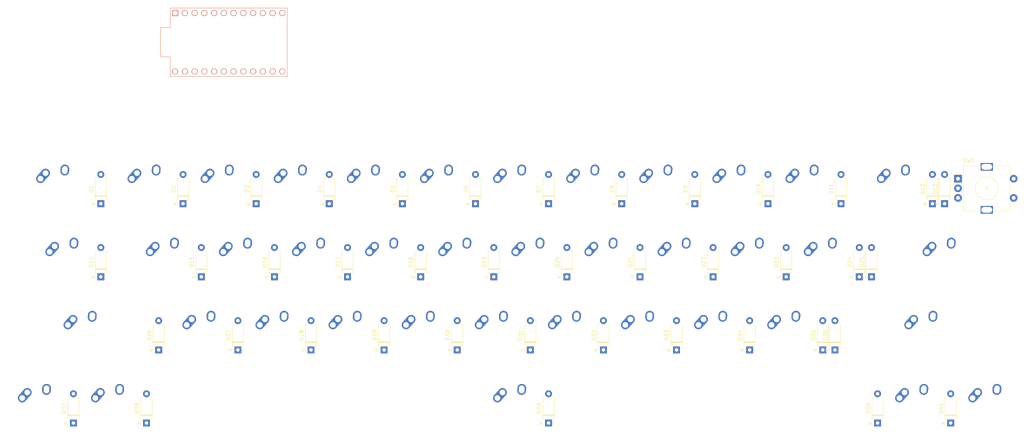
<source format=kicad_pcb>
(kicad_pcb (version 20171130) (host pcbnew "(5.1.4)-1")
  (layers (0 F.Cu signal) (31 B.Cu signal) (34 B.Paste user) (35 F.Paste user) (36 B.SilkS user) (37 F.SilkS user) (38 B.Mask user) (39 F.Mask user) (44 Edge.Cuts user))
  (net 0 "")
  (net 1 "Net-(D1-Pad2)")
  (net 2 ROW0)
  (net 3 "Net-(D2-Pad2)")
  (net 4 "Net-(D3-Pad2)")
  (net 5 "Net-(D4-Pad2)")
  (net 6 "Net-(D5-Pad2)")
  (net 7 "Net-(D6-Pad2)")
  (net 8 "Net-(D7-Pad2)")
  (net 9 "Net-(D8-Pad2)")
  (net 10 "Net-(D9-Pad2)")
  (net 11 "Net-(D10-Pad2)")
  (net 12 "Net-(D11-Pad2)")
  (net 13 "Net-(D12-Pad2)")
  (net 14 "Net-(D13-Pad2)")
  (net 15 "Net-(D14-Pad2)")
  (net 16 ROW1)
  (net 17 "Net-(D15-Pad2)")
  (net 18 "Net-(D16-Pad2)")
  (net 19 "Net-(D17-Pad2)")
  (net 20 "Net-(D18-Pad2)")
  (net 21 "Net-(D19-Pad2)")
  (net 22 "Net-(D20-Pad2)")
  (net 23 "Net-(D21-Pad2)")
  (net 24 "Net-(D22-Pad2)")
  (net 25 "Net-(D23-Pad2)")
  (net 26 "Net-(D24-Pad2)")
  (net 27 "Net-(D25-Pad2)")
  (net 28 "Net-(D26-Pad2)")
  (net 29 ROW2)
  (net 30 "Net-(D27-Pad2)")
  (net 31 "Net-(D28-Pad2)")
  (net 32 "Net-(D29-Pad2)")
  (net 33 "Net-(D30-Pad2)")
  (net 34 "Net-(D31-Pad2)")
  (net 35 "Net-(D32-Pad2)")
  (net 36 "Net-(D33-Pad2)")
  (net 37 "Net-(D34-Pad2)")
  (net 38 "Net-(D35-Pad2)")
  (net 39 "Net-(D36-Pad2)")
  (net 40 "Net-(D37-Pad2)")
  (net 41 ROW3)
  (net 42 "Net-(D38-Pad2)")
  (net 43 "Net-(D39-Pad2)")
  (net 44 "Net-(D40-Pad2)")
  (net 45 "Net-(D41-Pad2)")
  (net 46 COL1)
  (net 47 COL2)
  (net 48 COL3)
  (net 49 COL4)
  (net 50 COL5)
  (net 51 COL6)
  (net 52 COL7)
  (net 53 COL8)
  (net 54 COL9)
  (net 55 COL10)
  (net 56 COL11)
  (net 57 COL12)
  (net 58 COL13)
  (net 59 COL0)
  (module Rotary_Encoder:RotaryEncoder_Alps_EC11E-Switch_Vertical_H20mm (layer F.Cu) (at 272.25625 76.99375)
    (fp_text reference SW1 (at -4.82 -7.24) (layer F.SilkS))
    (fp_text value Rotary_Encoder_Switch)
    (pad A thru_hole rect (at -7.62 -2.54) (size 2 2) (drill 1) (layers *.Cu *.Mask))
    (pad C thru_hole circle (at -7.62 -0.04) (size 2 2) (drill 1) (layers *.Cu *.Mask))
    (pad B thru_hole circle (at -7.62 2.46) (size 2 2) (drill 1) (layers *.Cu *.Mask))
    (pad MP thru_hole rect (at -0.12 -5.64) (size 3.2 2) (drill oval 2.8 1.5) (layers *.Cu *.Mask))
    (pad MP thru_hole rect (at -0.12 5.56) (size 3.2 2) (drill oval 2.8 1.5) (layers *.Cu *.Mask))
    (pad S2 thru_hole circle (at 6.88 -2.54) (size 2 2) (drill 1) (layers *.Cu *.Mask) (net 14 "Net-(D13-Pad2)"))
    (pad S1 thru_hole circle (at 6.88 2.46) (size 2 2) (drill 1) (layers *.Cu *.Mask) (net 58 COL13))
  )
  (module MX_Alps_Hybrid:MX-1U-NoLED (layer F.Cu) (at 272.25625 134.14375)
    (fp_text reference MX40)
    (fp_text value MX-NoLED)
    (pad "" np_thru_hole circle (at 5.08 0 48.0996) (size 1.75 1.75) (drill 1.75) (layers *.Cu *.Mask))
    (pad "" np_thru_hole circle (at -5.08 0 48.0996) (size 1.75 1.75) (drill 1.75) (layers *.Cu *.Mask))
    (pad 1 thru_hole circle (at -2.5 -4) (size 2.25 2.25) (drill 1.47) (layers *.Cu B.Mask) (net 58 COL13))
    (pad "" np_thru_hole circle (at 0 0) (size 3.9878 3.9878) (drill 3.9878) (layers *.Cu *.Mask))
    (pad 1 thru_hole oval (at -3.81 -2.54 48.0996) (size 4.211556 2.25) (drill 1.47 (offset 0.980778 0)) (layers *.Cu B.Mask) (net 58 COL13))
    (pad 2 thru_hole circle (at 2.54 -5.08) (size 2.25 2.25) (drill 1.47) (layers *.Cu B.Mask) (net 45 "Net-(D41-Pad2)"))
    (pad 2 thru_hole oval (at 2.5 -4.5 86.0548) (size 2.831378 2.25) (drill 1.47 (offset 0.290689 0)) (layers *.Cu B.Mask) (net 45 "Net-(D41-Pad2)"))
  )
  (module MX_Alps_Hybrid:MX-1U-NoLED (layer F.Cu) (at 253.20625 134.14375)
    (fp_text reference MX39)
    (fp_text value MX-NoLED)
    (pad "" np_thru_hole circle (at 5.08 0 48.0996) (size 1.75 1.75) (drill 1.75) (layers *.Cu *.Mask))
    (pad "" np_thru_hole circle (at -5.08 0 48.0996) (size 1.75 1.75) (drill 1.75) (layers *.Cu *.Mask))
    (pad 1 thru_hole circle (at -2.5 -4) (size 2.25 2.25) (drill 1.47) (layers *.Cu B.Mask) (net 57 COL12))
    (pad "" np_thru_hole circle (at 0 0) (size 3.9878 3.9878) (drill 3.9878) (layers *.Cu *.Mask))
    (pad 1 thru_hole oval (at -3.81 -2.54 48.0996) (size 4.211556 2.25) (drill 1.47 (offset 0.980778 0)) (layers *.Cu B.Mask) (net 57 COL12))
    (pad 2 thru_hole circle (at 2.54 -5.08) (size 2.25 2.25) (drill 1.47) (layers *.Cu B.Mask) (net 44 "Net-(D40-Pad2)"))
    (pad 2 thru_hole oval (at 2.5 -4.5 86.0548) (size 2.831378 2.25) (drill 1.47 (offset 0.290689 0)) (layers *.Cu B.Mask) (net 44 "Net-(D40-Pad2)"))
  )
  (module MX_Alps_Hybrid:MX-10U-NoLED (layer F.Cu) (at 148.43125 134.14375)
    (fp_text reference MX38)
    (fp_text value MX-NoLED)
    (pad "" np_thru_hole circle (at 66.675 8.255) (size 3.9878 3.9878) (drill 3.9878) (layers *.Cu *.Mask))
    (pad "" np_thru_hole circle (at -66.675 8.255) (size 3.9878 3.9878) (drill 3.9878) (layers *.Cu *.Mask))
    (pad "" np_thru_hole circle (at 66.675 -6.985) (size 3.048 3.048) (drill 3.048) (layers *.Cu *.Mask))
    (pad "" np_thru_hole circle (at -66.675 -6.985) (size 3.048 3.048) (drill 3.048) (layers *.Cu *.Mask))
    (pad "" np_thru_hole circle (at 5.08 0 48.0996) (size 1.75 1.75) (drill 1.75) (layers *.Cu *.Mask))
    (pad "" np_thru_hole circle (at -5.08 0 48.0996) (size 1.75 1.75) (drill 1.75) (layers *.Cu *.Mask))
    (pad 1 thru_hole circle (at -2.5 -4) (size 2.25 2.25) (drill 1.47) (layers *.Cu B.Mask) (net 51 COL6))
    (pad "" np_thru_hole circle (at 0 0) (size 3.9878 3.9878) (drill 3.9878) (layers *.Cu *.Mask))
    (pad 1 thru_hole oval (at -3.81 -2.54 48.0996) (size 4.211556 2.25) (drill 1.47 (offset 0.980778 0)) (layers *.Cu B.Mask) (net 51 COL6))
    (pad 2 thru_hole circle (at 2.54 -5.08) (size 2.25 2.25) (drill 1.47) (layers *.Cu B.Mask) (net 43 "Net-(D39-Pad2)"))
    (pad 2 thru_hole oval (at 2.5 -4.5 86.0548) (size 2.831378 2.25) (drill 1.47 (offset 0.290689 0)) (layers *.Cu B.Mask) (net 43 "Net-(D39-Pad2)"))
  )
  (module MX_Alps_Hybrid:MX-1U-NoLED (layer F.Cu) (at 43.65625 134.14375)
    (fp_text reference MX37)
    (fp_text value MX-NoLED)
    (pad "" np_thru_hole circle (at 5.08 0 48.0996) (size 1.75 1.75) (drill 1.75) (layers *.Cu *.Mask))
    (pad "" np_thru_hole circle (at -5.08 0 48.0996) (size 1.75 1.75) (drill 1.75) (layers *.Cu *.Mask))
    (pad 1 thru_hole circle (at -2.5 -4) (size 2.25 2.25) (drill 1.47) (layers *.Cu B.Mask) (net 46 COL1))
    (pad "" np_thru_hole circle (at 0 0) (size 3.9878 3.9878) (drill 3.9878) (layers *.Cu *.Mask))
    (pad 1 thru_hole oval (at -3.81 -2.54 48.0996) (size 4.211556 2.25) (drill 1.47 (offset 0.980778 0)) (layers *.Cu B.Mask) (net 46 COL1))
    (pad 2 thru_hole circle (at 2.54 -5.08) (size 2.25 2.25) (drill 1.47) (layers *.Cu B.Mask) (net 42 "Net-(D38-Pad2)"))
    (pad 2 thru_hole oval (at 2.5 -4.5 86.0548) (size 2.831378 2.25) (drill 1.47 (offset 0.290689 0)) (layers *.Cu B.Mask) (net 42 "Net-(D38-Pad2)"))
  )
  (module MX_Alps_Hybrid:MX-1U-NoLED (layer F.Cu) (at 24.60625 134.14375)
    (fp_text reference MX36)
    (fp_text value MX-NoLED)
    (pad "" np_thru_hole circle (at 5.08 0 48.0996) (size 1.75 1.75) (drill 1.75) (layers *.Cu *.Mask))
    (pad "" np_thru_hole circle (at -5.08 0 48.0996) (size 1.75 1.75) (drill 1.75) (layers *.Cu *.Mask))
    (pad 1 thru_hole circle (at -2.5 -4) (size 2.25 2.25) (drill 1.47) (layers *.Cu B.Mask) (net 59 COL0))
    (pad "" np_thru_hole circle (at 0 0) (size 3.9878 3.9878) (drill 3.9878) (layers *.Cu *.Mask))
    (pad 1 thru_hole oval (at -3.81 -2.54 48.0996) (size 4.211556 2.25) (drill 1.47 (offset 0.980778 0)) (layers *.Cu B.Mask) (net 59 COL0))
    (pad 2 thru_hole circle (at 2.54 -5.08) (size 2.25 2.25) (drill 1.47) (layers *.Cu B.Mask) (net 40 "Net-(D37-Pad2)"))
    (pad 2 thru_hole oval (at 2.5 -4.5 86.0548) (size 2.831378 2.25) (drill 1.47 (offset 0.290689 0)) (layers *.Cu B.Mask) (net 40 "Net-(D37-Pad2)"))
  )
  (module MX_Alps_Hybrid:MX-2.75U-NoLED (layer F.Cu) (at 255.5875 115.09375)
    (fp_text reference MX35)
    (fp_text value MX-NoLED)
    (pad "" np_thru_hole circle (at 11.938 8.255) (size 3.9878 3.9878) (drill 3.9878) (layers *.Cu *.Mask))
    (pad "" np_thru_hole circle (at -11.938 8.255) (size 3.9878 3.9878) (drill 3.9878) (layers *.Cu *.Mask))
    (pad "" np_thru_hole circle (at 11.938 -6.985) (size 3.048 3.048) (drill 3.048) (layers *.Cu *.Mask))
    (pad "" np_thru_hole circle (at -11.938 -6.985) (size 3.048 3.048) (drill 3.048) (layers *.Cu *.Mask))
    (pad "" np_thru_hole circle (at 5.08 0 48.0996) (size 1.75 1.75) (drill 1.75) (layers *.Cu *.Mask))
    (pad "" np_thru_hole circle (at -5.08 0 48.0996) (size 1.75 1.75) (drill 1.75) (layers *.Cu *.Mask))
    (pad 1 thru_hole circle (at -2.5 -4) (size 2.25 2.25) (drill 1.47) (layers *.Cu B.Mask) (net 57 COL12))
    (pad "" np_thru_hole circle (at 0 0) (size 3.9878 3.9878) (drill 3.9878) (layers *.Cu *.Mask))
    (pad 1 thru_hole oval (at -3.81 -2.54 48.0996) (size 4.211556 2.25) (drill 1.47 (offset 0.980778 0)) (layers *.Cu B.Mask) (net 57 COL12))
    (pad 2 thru_hole circle (at 2.54 -5.08) (size 2.25 2.25) (drill 1.47) (layers *.Cu B.Mask) (net 39 "Net-(D36-Pad2)"))
    (pad 2 thru_hole oval (at 2.5 -4.5 86.0548) (size 2.831378 2.25) (drill 1.47 (offset 0.290689 0)) (layers *.Cu B.Mask) (net 39 "Net-(D36-Pad2)"))
  )
  (module MX_Alps_Hybrid:MX-1U-NoLED (layer F.Cu) (at 219.86875 115.09375)
    (fp_text reference MX34)
    (fp_text value MX-NoLED)
    (pad "" np_thru_hole circle (at 5.08 0 48.0996) (size 1.75 1.75) (drill 1.75) (layers *.Cu *.Mask))
    (pad "" np_thru_hole circle (at -5.08 0 48.0996) (size 1.75 1.75) (drill 1.75) (layers *.Cu *.Mask))
    (pad 1 thru_hole circle (at -2.5 -4) (size 2.25 2.25) (drill 1.47) (layers *.Cu B.Mask) (net 55 COL10))
    (pad "" np_thru_hole circle (at 0 0) (size 3.9878 3.9878) (drill 3.9878) (layers *.Cu *.Mask))
    (pad 1 thru_hole oval (at -3.81 -2.54 48.0996) (size 4.211556 2.25) (drill 1.47 (offset 0.980778 0)) (layers *.Cu B.Mask) (net 55 COL10))
    (pad 2 thru_hole circle (at 2.54 -5.08) (size 2.25 2.25) (drill 1.47) (layers *.Cu B.Mask) (net 38 "Net-(D35-Pad2)"))
    (pad 2 thru_hole oval (at 2.5 -4.5 86.0548) (size 2.831378 2.25) (drill 1.47 (offset 0.290689 0)) (layers *.Cu B.Mask) (net 38 "Net-(D35-Pad2)"))
  )
  (module MX_Alps_Hybrid:MX-1U-NoLED (layer F.Cu) (at 200.81875 115.09375)
    (fp_text reference MX33)
    (fp_text value MX-NoLED)
    (pad "" np_thru_hole circle (at 5.08 0 48.0996) (size 1.75 1.75) (drill 1.75) (layers *.Cu *.Mask))
    (pad "" np_thru_hole circle (at -5.08 0 48.0996) (size 1.75 1.75) (drill 1.75) (layers *.Cu *.Mask))
    (pad 1 thru_hole circle (at -2.5 -4) (size 2.25 2.25) (drill 1.47) (layers *.Cu B.Mask) (net 54 COL9))
    (pad "" np_thru_hole circle (at 0 0) (size 3.9878 3.9878) (drill 3.9878) (layers *.Cu *.Mask))
    (pad 1 thru_hole oval (at -3.81 -2.54 48.0996) (size 4.211556 2.25) (drill 1.47 (offset 0.980778 0)) (layers *.Cu B.Mask) (net 54 COL9))
    (pad 2 thru_hole circle (at 2.54 -5.08) (size 2.25 2.25) (drill 1.47) (layers *.Cu B.Mask) (net 37 "Net-(D34-Pad2)"))
    (pad 2 thru_hole oval (at 2.5 -4.5 86.0548) (size 2.831378 2.25) (drill 1.47 (offset 0.290689 0)) (layers *.Cu B.Mask) (net 37 "Net-(D34-Pad2)"))
  )
  (module MX_Alps_Hybrid:MX-1U-NoLED (layer F.Cu) (at 181.76875 115.09375)
    (fp_text reference MX32)
    (fp_text value MX-NoLED)
    (pad "" np_thru_hole circle (at 5.08 0 48.0996) (size 1.75 1.75) (drill 1.75) (layers *.Cu *.Mask))
    (pad "" np_thru_hole circle (at -5.08 0 48.0996) (size 1.75 1.75) (drill 1.75) (layers *.Cu *.Mask))
    (pad 1 thru_hole circle (at -2.5 -4) (size 2.25 2.25) (drill 1.47) (layers *.Cu B.Mask) (net 53 COL8))
    (pad "" np_thru_hole circle (at 0 0) (size 3.9878 3.9878) (drill 3.9878) (layers *.Cu *.Mask))
    (pad 1 thru_hole oval (at -3.81 -2.54 48.0996) (size 4.211556 2.25) (drill 1.47 (offset 0.980778 0)) (layers *.Cu B.Mask) (net 53 COL8))
    (pad 2 thru_hole circle (at 2.54 -5.08) (size 2.25 2.25) (drill 1.47) (layers *.Cu B.Mask) (net 36 "Net-(D33-Pad2)"))
    (pad 2 thru_hole oval (at 2.5 -4.5 86.0548) (size 2.831378 2.25) (drill 1.47 (offset 0.290689 0)) (layers *.Cu B.Mask) (net 36 "Net-(D33-Pad2)"))
  )
  (module MX_Alps_Hybrid:MX-1U-NoLED (layer F.Cu) (at 162.71875 115.09375)
    (fp_text reference MX31)
    (fp_text value MX-NoLED)
    (pad "" np_thru_hole circle (at 5.08 0 48.0996) (size 1.75 1.75) (drill 1.75) (layers *.Cu *.Mask))
    (pad "" np_thru_hole circle (at -5.08 0 48.0996) (size 1.75 1.75) (drill 1.75) (layers *.Cu *.Mask))
    (pad 1 thru_hole circle (at -2.5 -4) (size 2.25 2.25) (drill 1.47) (layers *.Cu B.Mask) (net 52 COL7))
    (pad "" np_thru_hole circle (at 0 0) (size 3.9878 3.9878) (drill 3.9878) (layers *.Cu *.Mask))
    (pad 1 thru_hole oval (at -3.81 -2.54 48.0996) (size 4.211556 2.25) (drill 1.47 (offset 0.980778 0)) (layers *.Cu B.Mask) (net 52 COL7))
    (pad 2 thru_hole circle (at 2.54 -5.08) (size 2.25 2.25) (drill 1.47) (layers *.Cu B.Mask) (net 35 "Net-(D32-Pad2)"))
    (pad 2 thru_hole oval (at 2.5 -4.5 86.0548) (size 2.831378 2.25) (drill 1.47 (offset 0.290689 0)) (layers *.Cu B.Mask) (net 35 "Net-(D32-Pad2)"))
  )
  (module MX_Alps_Hybrid:MX-1U-NoLED (layer F.Cu) (at 143.66875 115.09375)
    (fp_text reference MX30)
    (fp_text value MX-NoLED)
    (pad "" np_thru_hole circle (at 5.08 0 48.0996) (size 1.75 1.75) (drill 1.75) (layers *.Cu *.Mask))
    (pad "" np_thru_hole circle (at -5.08 0 48.0996) (size 1.75 1.75) (drill 1.75) (layers *.Cu *.Mask))
    (pad 1 thru_hole circle (at -2.5 -4) (size 2.25 2.25) (drill 1.47) (layers *.Cu B.Mask) (net 51 COL6))
    (pad "" np_thru_hole circle (at 0 0) (size 3.9878 3.9878) (drill 3.9878) (layers *.Cu *.Mask))
    (pad 1 thru_hole oval (at -3.81 -2.54 48.0996) (size 4.211556 2.25) (drill 1.47 (offset 0.980778 0)) (layers *.Cu B.Mask) (net 51 COL6))
    (pad 2 thru_hole circle (at 2.54 -5.08) (size 2.25 2.25) (drill 1.47) (layers *.Cu B.Mask) (net 34 "Net-(D31-Pad2)"))
    (pad 2 thru_hole oval (at 2.5 -4.5 86.0548) (size 2.831378 2.25) (drill 1.47 (offset 0.290689 0)) (layers *.Cu B.Mask) (net 34 "Net-(D31-Pad2)"))
  )
  (module MX_Alps_Hybrid:MX-1U-NoLED (layer F.Cu) (at 124.61875 115.09375)
    (fp_text reference MX29)
    (fp_text value MX-NoLED)
    (pad "" np_thru_hole circle (at 5.08 0 48.0996) (size 1.75 1.75) (drill 1.75) (layers *.Cu *.Mask))
    (pad "" np_thru_hole circle (at -5.08 0 48.0996) (size 1.75 1.75) (drill 1.75) (layers *.Cu *.Mask))
    (pad 1 thru_hole circle (at -2.5 -4) (size 2.25 2.25) (drill 1.47) (layers *.Cu B.Mask) (net 50 COL5))
    (pad "" np_thru_hole circle (at 0 0) (size 3.9878 3.9878) (drill 3.9878) (layers *.Cu *.Mask))
    (pad 1 thru_hole oval (at -3.81 -2.54 48.0996) (size 4.211556 2.25) (drill 1.47 (offset 0.980778 0)) (layers *.Cu B.Mask) (net 50 COL5))
    (pad 2 thru_hole circle (at 2.54 -5.08) (size 2.25 2.25) (drill 1.47) (layers *.Cu B.Mask) (net 33 "Net-(D30-Pad2)"))
    (pad 2 thru_hole oval (at 2.5 -4.5 86.0548) (size 2.831378 2.25) (drill 1.47 (offset 0.290689 0)) (layers *.Cu B.Mask) (net 33 "Net-(D30-Pad2)"))
  )
  (module MX_Alps_Hybrid:MX-1U-NoLED (layer F.Cu) (at 105.56875 115.09375)
    (fp_text reference MX28)
    (fp_text value MX-NoLED)
    (pad "" np_thru_hole circle (at 5.08 0 48.0996) (size 1.75 1.75) (drill 1.75) (layers *.Cu *.Mask))
    (pad "" np_thru_hole circle (at -5.08 0 48.0996) (size 1.75 1.75) (drill 1.75) (layers *.Cu *.Mask))
    (pad 1 thru_hole circle (at -2.5 -4) (size 2.25 2.25) (drill 1.47) (layers *.Cu B.Mask) (net 49 COL4))
    (pad "" np_thru_hole circle (at 0 0) (size 3.9878 3.9878) (drill 3.9878) (layers *.Cu *.Mask))
    (pad 1 thru_hole oval (at -3.81 -2.54 48.0996) (size 4.211556 2.25) (drill 1.47 (offset 0.980778 0)) (layers *.Cu B.Mask) (net 49 COL4))
    (pad 2 thru_hole circle (at 2.54 -5.08) (size 2.25 2.25) (drill 1.47) (layers *.Cu B.Mask) (net 32 "Net-(D29-Pad2)"))
    (pad 2 thru_hole oval (at 2.5 -4.5 86.0548) (size 2.831378 2.25) (drill 1.47 (offset 0.290689 0)) (layers *.Cu B.Mask) (net 32 "Net-(D29-Pad2)"))
  )
  (module MX_Alps_Hybrid:MX-1U-NoLED (layer F.Cu) (at 86.51875 115.09375)
    (fp_text reference MX27)
    (fp_text value MX-NoLED)
    (pad "" np_thru_hole circle (at 5.08 0 48.0996) (size 1.75 1.75) (drill 1.75) (layers *.Cu *.Mask))
    (pad "" np_thru_hole circle (at -5.08 0 48.0996) (size 1.75 1.75) (drill 1.75) (layers *.Cu *.Mask))
    (pad 1 thru_hole circle (at -2.5 -4) (size 2.25 2.25) (drill 1.47) (layers *.Cu B.Mask) (net 48 COL3))
    (pad "" np_thru_hole circle (at 0 0) (size 3.9878 3.9878) (drill 3.9878) (layers *.Cu *.Mask))
    (pad 1 thru_hole oval (at -3.81 -2.54 48.0996) (size 4.211556 2.25) (drill 1.47 (offset 0.980778 0)) (layers *.Cu B.Mask) (net 48 COL3))
    (pad 2 thru_hole circle (at 2.54 -5.08) (size 2.25 2.25) (drill 1.47) (layers *.Cu B.Mask) (net 31 "Net-(D28-Pad2)"))
    (pad 2 thru_hole oval (at 2.5 -4.5 86.0548) (size 2.831378 2.25) (drill 1.47 (offset 0.290689 0)) (layers *.Cu B.Mask) (net 31 "Net-(D28-Pad2)"))
  )
  (module MX_Alps_Hybrid:MX-1U-NoLED (layer F.Cu) (at 67.46875 115.09375)
    (fp_text reference MX26)
    (fp_text value MX-NoLED)
    (pad "" np_thru_hole circle (at 5.08 0 48.0996) (size 1.75 1.75) (drill 1.75) (layers *.Cu *.Mask))
    (pad "" np_thru_hole circle (at -5.08 0 48.0996) (size 1.75 1.75) (drill 1.75) (layers *.Cu *.Mask))
    (pad 1 thru_hole circle (at -2.5 -4) (size 2.25 2.25) (drill 1.47) (layers *.Cu B.Mask) (net 47 COL2))
    (pad "" np_thru_hole circle (at 0 0) (size 3.9878 3.9878) (drill 3.9878) (layers *.Cu *.Mask))
    (pad 1 thru_hole oval (at -3.81 -2.54 48.0996) (size 4.211556 2.25) (drill 1.47 (offset 0.980778 0)) (layers *.Cu B.Mask) (net 47 COL2))
    (pad 2 thru_hole circle (at 2.54 -5.08) (size 2.25 2.25) (drill 1.47) (layers *.Cu B.Mask) (net 30 "Net-(D27-Pad2)"))
    (pad 2 thru_hole oval (at 2.5 -4.5 86.0548) (size 2.831378 2.25) (drill 1.47 (offset 0.290689 0)) (layers *.Cu B.Mask) (net 30 "Net-(D27-Pad2)"))
  )
  (module MX_Alps_Hybrid:MX-2.25U-NoLED (layer F.Cu) (at 36.5125 115.09375)
    (fp_text reference MX25)
    (fp_text value MX-NoLED)
    (pad "" np_thru_hole circle (at 11.938 8.255) (size 3.9878 3.9878) (drill 3.9878) (layers *.Cu *.Mask))
    (pad "" np_thru_hole circle (at -11.938 8.255) (size 3.9878 3.9878) (drill 3.9878) (layers *.Cu *.Mask))
    (pad "" np_thru_hole circle (at 11.938 -6.985) (size 3.048 3.048) (drill 3.048) (layers *.Cu *.Mask))
    (pad "" np_thru_hole circle (at -11.938 -6.985) (size 3.048 3.048) (drill 3.048) (layers *.Cu *.Mask))
    (pad "" np_thru_hole circle (at 5.08 0 48.0996) (size 1.75 1.75) (drill 1.75) (layers *.Cu *.Mask))
    (pad "" np_thru_hole circle (at -5.08 0 48.0996) (size 1.75 1.75) (drill 1.75) (layers *.Cu *.Mask))
    (pad 1 thru_hole circle (at -2.5 -4) (size 2.25 2.25) (drill 1.47) (layers *.Cu B.Mask) (net 46 COL1))
    (pad "" np_thru_hole circle (at 0 0) (size 3.9878 3.9878) (drill 3.9878) (layers *.Cu *.Mask))
    (pad 1 thru_hole oval (at -3.81 -2.54 48.0996) (size 4.211556 2.25) (drill 1.47 (offset 0.980778 0)) (layers *.Cu B.Mask) (net 46 COL1))
    (pad 2 thru_hole circle (at 2.54 -5.08) (size 2.25 2.25) (drill 1.47) (layers *.Cu B.Mask) (net 28 "Net-(D26-Pad2)"))
    (pad 2 thru_hole oval (at 2.5 -4.5 86.0548) (size 2.831378 2.25) (drill 1.47 (offset 0.290689 0)) (layers *.Cu B.Mask) (net 28 "Net-(D26-Pad2)"))
  )
  (module MX_Alps_Hybrid:MX-2.25U-NoLED (layer F.Cu) (at 260.35 96.04375)
    (fp_text reference MX24)
    (fp_text value MX-NoLED)
    (pad "" np_thru_hole circle (at 11.938 8.255) (size 3.9878 3.9878) (drill 3.9878) (layers *.Cu *.Mask))
    (pad "" np_thru_hole circle (at -11.938 8.255) (size 3.9878 3.9878) (drill 3.9878) (layers *.Cu *.Mask))
    (pad "" np_thru_hole circle (at 11.938 -6.985) (size 3.048 3.048) (drill 3.048) (layers *.Cu *.Mask))
    (pad "" np_thru_hole circle (at -11.938 -6.985) (size 3.048 3.048) (drill 3.048) (layers *.Cu *.Mask))
    (pad "" np_thru_hole circle (at 5.08 0 48.0996) (size 1.75 1.75) (drill 1.75) (layers *.Cu *.Mask))
    (pad "" np_thru_hole circle (at -5.08 0 48.0996) (size 1.75 1.75) (drill 1.75) (layers *.Cu *.Mask))
    (pad 1 thru_hole circle (at -2.5 -4) (size 2.25 2.25) (drill 1.47) (layers *.Cu B.Mask) (net 57 COL12))
    (pad "" np_thru_hole circle (at 0 0) (size 3.9878 3.9878) (drill 3.9878) (layers *.Cu *.Mask))
    (pad 1 thru_hole oval (at -3.81 -2.54 48.0996) (size 4.211556 2.25) (drill 1.47 (offset 0.980778 0)) (layers *.Cu B.Mask) (net 57 COL12))
    (pad 2 thru_hole circle (at 2.54 -5.08) (size 2.25 2.25) (drill 1.47) (layers *.Cu B.Mask) (net 27 "Net-(D25-Pad2)"))
    (pad 2 thru_hole oval (at 2.5 -4.5 86.0548) (size 2.831378 2.25) (drill 1.47 (offset 0.290689 0)) (layers *.Cu B.Mask) (net 27 "Net-(D25-Pad2)"))
  )
  (module MX_Alps_Hybrid:MX-1U-NoLED (layer F.Cu) (at 229.39375 96.04375)
    (fp_text reference MX23)
    (fp_text value MX-NoLED)
    (pad "" np_thru_hole circle (at 5.08 0 48.0996) (size 1.75 1.75) (drill 1.75) (layers *.Cu *.Mask))
    (pad "" np_thru_hole circle (at -5.08 0 48.0996) (size 1.75 1.75) (drill 1.75) (layers *.Cu *.Mask))
    (pad 1 thru_hole circle (at -2.5 -4) (size 2.25 2.25) (drill 1.47) (layers *.Cu B.Mask) (net 56 COL11))
    (pad "" np_thru_hole circle (at 0 0) (size 3.9878 3.9878) (drill 3.9878) (layers *.Cu *.Mask))
    (pad 1 thru_hole oval (at -3.81 -2.54 48.0996) (size 4.211556 2.25) (drill 1.47 (offset 0.980778 0)) (layers *.Cu B.Mask) (net 56 COL11))
    (pad 2 thru_hole circle (at 2.54 -5.08) (size 2.25 2.25) (drill 1.47) (layers *.Cu B.Mask) (net 26 "Net-(D24-Pad2)"))
    (pad 2 thru_hole oval (at 2.5 -4.5 86.0548) (size 2.831378 2.25) (drill 1.47 (offset 0.290689 0)) (layers *.Cu B.Mask) (net 26 "Net-(D24-Pad2)"))
  )
  (module MX_Alps_Hybrid:MX-1U-NoLED (layer F.Cu) (at 210.34375 96.04375)
    (fp_text reference MX22)
    (fp_text value MX-NoLED)
    (pad "" np_thru_hole circle (at 5.08 0 48.0996) (size 1.75 1.75) (drill 1.75) (layers *.Cu *.Mask))
    (pad "" np_thru_hole circle (at -5.08 0 48.0996) (size 1.75 1.75) (drill 1.75) (layers *.Cu *.Mask))
    (pad 1 thru_hole circle (at -2.5 -4) (size 2.25 2.25) (drill 1.47) (layers *.Cu B.Mask) (net 55 COL10))
    (pad "" np_thru_hole circle (at 0 0) (size 3.9878 3.9878) (drill 3.9878) (layers *.Cu *.Mask))
    (pad 1 thru_hole oval (at -3.81 -2.54 48.0996) (size 4.211556 2.25) (drill 1.47 (offset 0.980778 0)) (layers *.Cu B.Mask) (net 55 COL10))
    (pad 2 thru_hole circle (at 2.54 -5.08) (size 2.25 2.25) (drill 1.47) (layers *.Cu B.Mask) (net 25 "Net-(D23-Pad2)"))
    (pad 2 thru_hole oval (at 2.5 -4.5 86.0548) (size 2.831378 2.25) (drill 1.47 (offset 0.290689 0)) (layers *.Cu B.Mask) (net 25 "Net-(D23-Pad2)"))
  )
  (module MX_Alps_Hybrid:MX-1U-NoLED (layer F.Cu) (at 191.29375 96.04375)
    (fp_text reference MX21)
    (fp_text value MX-NoLED)
    (pad "" np_thru_hole circle (at 5.08 0 48.0996) (size 1.75 1.75) (drill 1.75) (layers *.Cu *.Mask))
    (pad "" np_thru_hole circle (at -5.08 0 48.0996) (size 1.75 1.75) (drill 1.75) (layers *.Cu *.Mask))
    (pad 1 thru_hole circle (at -2.5 -4) (size 2.25 2.25) (drill 1.47) (layers *.Cu B.Mask) (net 54 COL9))
    (pad "" np_thru_hole circle (at 0 0) (size 3.9878 3.9878) (drill 3.9878) (layers *.Cu *.Mask))
    (pad 1 thru_hole oval (at -3.81 -2.54 48.0996) (size 4.211556 2.25) (drill 1.47 (offset 0.980778 0)) (layers *.Cu B.Mask) (net 54 COL9))
    (pad 2 thru_hole circle (at 2.54 -5.08) (size 2.25 2.25) (drill 1.47) (layers *.Cu B.Mask) (net 24 "Net-(D22-Pad2)"))
    (pad 2 thru_hole oval (at 2.5 -4.5 86.0548) (size 2.831378 2.25) (drill 1.47 (offset 0.290689 0)) (layers *.Cu B.Mask) (net 24 "Net-(D22-Pad2)"))
  )
  (module MX_Alps_Hybrid:MX-1U-NoLED (layer F.Cu) (at 172.24375 96.04375)
    (fp_text reference MX20)
    (fp_text value MX-NoLED)
    (pad "" np_thru_hole circle (at 5.08 0 48.0996) (size 1.75 1.75) (drill 1.75) (layers *.Cu *.Mask))
    (pad "" np_thru_hole circle (at -5.08 0 48.0996) (size 1.75 1.75) (drill 1.75) (layers *.Cu *.Mask))
    (pad 1 thru_hole circle (at -2.5 -4) (size 2.25 2.25) (drill 1.47) (layers *.Cu B.Mask) (net 53 COL8))
    (pad "" np_thru_hole circle (at 0 0) (size 3.9878 3.9878) (drill 3.9878) (layers *.Cu *.Mask))
    (pad 1 thru_hole oval (at -3.81 -2.54 48.0996) (size 4.211556 2.25) (drill 1.47 (offset 0.980778 0)) (layers *.Cu B.Mask) (net 53 COL8))
    (pad 2 thru_hole circle (at 2.54 -5.08) (size 2.25 2.25) (drill 1.47) (layers *.Cu B.Mask) (net 23 "Net-(D21-Pad2)"))
    (pad 2 thru_hole oval (at 2.5 -4.5 86.0548) (size 2.831378 2.25) (drill 1.47 (offset 0.290689 0)) (layers *.Cu B.Mask) (net 23 "Net-(D21-Pad2)"))
  )
  (module MX_Alps_Hybrid:MX-1U-NoLED (layer F.Cu) (at 153.19375 96.04375)
    (fp_text reference MX19)
    (fp_text value MX-NoLED)
    (pad "" np_thru_hole circle (at 5.08 0 48.0996) (size 1.75 1.75) (drill 1.75) (layers *.Cu *.Mask))
    (pad "" np_thru_hole circle (at -5.08 0 48.0996) (size 1.75 1.75) (drill 1.75) (layers *.Cu *.Mask))
    (pad 1 thru_hole circle (at -2.5 -4) (size 2.25 2.25) (drill 1.47) (layers *.Cu B.Mask) (net 52 COL7))
    (pad "" np_thru_hole circle (at 0 0) (size 3.9878 3.9878) (drill 3.9878) (layers *.Cu *.Mask))
    (pad 1 thru_hole oval (at -3.81 -2.54 48.0996) (size 4.211556 2.25) (drill 1.47 (offset 0.980778 0)) (layers *.Cu B.Mask) (net 52 COL7))
    (pad 2 thru_hole circle (at 2.54 -5.08) (size 2.25 2.25) (drill 1.47) (layers *.Cu B.Mask) (net 22 "Net-(D20-Pad2)"))
    (pad 2 thru_hole oval (at 2.5 -4.5 86.0548) (size 2.831378 2.25) (drill 1.47 (offset 0.290689 0)) (layers *.Cu B.Mask) (net 22 "Net-(D20-Pad2)"))
  )
  (module MX_Alps_Hybrid:MX-1U-NoLED (layer F.Cu) (at 134.14375 96.04375)
    (fp_text reference MX18)
    (fp_text value MX-NoLED)
    (pad "" np_thru_hole circle (at 5.08 0 48.0996) (size 1.75 1.75) (drill 1.75) (layers *.Cu *.Mask))
    (pad "" np_thru_hole circle (at -5.08 0 48.0996) (size 1.75 1.75) (drill 1.75) (layers *.Cu *.Mask))
    (pad 1 thru_hole circle (at -2.5 -4) (size 2.25 2.25) (drill 1.47) (layers *.Cu B.Mask) (net 51 COL6))
    (pad "" np_thru_hole circle (at 0 0) (size 3.9878 3.9878) (drill 3.9878) (layers *.Cu *.Mask))
    (pad 1 thru_hole oval (at -3.81 -2.54 48.0996) (size 4.211556 2.25) (drill 1.47 (offset 0.980778 0)) (layers *.Cu B.Mask) (net 51 COL6))
    (pad 2 thru_hole circle (at 2.54 -5.08) (size 2.25 2.25) (drill 1.47) (layers *.Cu B.Mask) (net 21 "Net-(D19-Pad2)"))
    (pad 2 thru_hole oval (at 2.5 -4.5 86.0548) (size 2.831378 2.25) (drill 1.47 (offset 0.290689 0)) (layers *.Cu B.Mask) (net 21 "Net-(D19-Pad2)"))
  )
  (module MX_Alps_Hybrid:MX-1U-NoLED (layer F.Cu) (at 115.09375 96.04375)
    (fp_text reference MX17)
    (fp_text value MX-NoLED)
    (pad "" np_thru_hole circle (at 5.08 0 48.0996) (size 1.75 1.75) (drill 1.75) (layers *.Cu *.Mask))
    (pad "" np_thru_hole circle (at -5.08 0 48.0996) (size 1.75 1.75) (drill 1.75) (layers *.Cu *.Mask))
    (pad 1 thru_hole circle (at -2.5 -4) (size 2.25 2.25) (drill 1.47) (layers *.Cu B.Mask) (net 50 COL5))
    (pad "" np_thru_hole circle (at 0 0) (size 3.9878 3.9878) (drill 3.9878) (layers *.Cu *.Mask))
    (pad 1 thru_hole oval (at -3.81 -2.54 48.0996) (size 4.211556 2.25) (drill 1.47 (offset 0.980778 0)) (layers *.Cu B.Mask) (net 50 COL5))
    (pad 2 thru_hole circle (at 2.54 -5.08) (size 2.25 2.25) (drill 1.47) (layers *.Cu B.Mask) (net 20 "Net-(D18-Pad2)"))
    (pad 2 thru_hole oval (at 2.5 -4.5 86.0548) (size 2.831378 2.25) (drill 1.47 (offset 0.290689 0)) (layers *.Cu B.Mask) (net 20 "Net-(D18-Pad2)"))
  )
  (module MX_Alps_Hybrid:MX-1U-NoLED (layer F.Cu) (at 96.04375 96.04375)
    (fp_text reference MX16)
    (fp_text value MX-NoLED)
    (pad "" np_thru_hole circle (at 5.08 0 48.0996) (size 1.75 1.75) (drill 1.75) (layers *.Cu *.Mask))
    (pad "" np_thru_hole circle (at -5.08 0 48.0996) (size 1.75 1.75) (drill 1.75) (layers *.Cu *.Mask))
    (pad 1 thru_hole circle (at -2.5 -4) (size 2.25 2.25) (drill 1.47) (layers *.Cu B.Mask) (net 49 COL4))
    (pad "" np_thru_hole circle (at 0 0) (size 3.9878 3.9878) (drill 3.9878) (layers *.Cu *.Mask))
    (pad 1 thru_hole oval (at -3.81 -2.54 48.0996) (size 4.211556 2.25) (drill 1.47 (offset 0.980778 0)) (layers *.Cu B.Mask) (net 49 COL4))
    (pad 2 thru_hole circle (at 2.54 -5.08) (size 2.25 2.25) (drill 1.47) (layers *.Cu B.Mask) (net 19 "Net-(D17-Pad2)"))
    (pad 2 thru_hole oval (at 2.5 -4.5 86.0548) (size 2.831378 2.25) (drill 1.47 (offset 0.290689 0)) (layers *.Cu B.Mask) (net 19 "Net-(D17-Pad2)"))
  )
  (module MX_Alps_Hybrid:MX-1U-NoLED (layer F.Cu) (at 76.99375 96.04375)
    (fp_text reference MX15)
    (fp_text value MX-NoLED)
    (pad "" np_thru_hole circle (at 5.08 0 48.0996) (size 1.75 1.75) (drill 1.75) (layers *.Cu *.Mask))
    (pad "" np_thru_hole circle (at -5.08 0 48.0996) (size 1.75 1.75) (drill 1.75) (layers *.Cu *.Mask))
    (pad 1 thru_hole circle (at -2.5 -4) (size 2.25 2.25) (drill 1.47) (layers *.Cu B.Mask) (net 48 COL3))
    (pad "" np_thru_hole circle (at 0 0) (size 3.9878 3.9878) (drill 3.9878) (layers *.Cu *.Mask))
    (pad 1 thru_hole oval (at -3.81 -2.54 48.0996) (size 4.211556 2.25) (drill 1.47 (offset 0.980778 0)) (layers *.Cu B.Mask) (net 48 COL3))
    (pad 2 thru_hole circle (at 2.54 -5.08) (size 2.25 2.25) (drill 1.47) (layers *.Cu B.Mask) (net 18 "Net-(D16-Pad2)"))
    (pad 2 thru_hole oval (at 2.5 -4.5 86.0548) (size 2.831378 2.25) (drill 1.47 (offset 0.290689 0)) (layers *.Cu B.Mask) (net 18 "Net-(D16-Pad2)"))
  )
  (module MX_Alps_Hybrid:MX-1U-NoLED (layer F.Cu) (at 57.94375 96.04375)
    (fp_text reference MX14)
    (fp_text value MX-NoLED)
    (pad "" np_thru_hole circle (at 5.08 0 48.0996) (size 1.75 1.75) (drill 1.75) (layers *.Cu *.Mask))
    (pad "" np_thru_hole circle (at -5.08 0 48.0996) (size 1.75 1.75) (drill 1.75) (layers *.Cu *.Mask))
    (pad 1 thru_hole circle (at -2.5 -4) (size 2.25 2.25) (drill 1.47) (layers *.Cu B.Mask) (net 47 COL2))
    (pad "" np_thru_hole circle (at 0 0) (size 3.9878 3.9878) (drill 3.9878) (layers *.Cu *.Mask))
    (pad 1 thru_hole oval (at -3.81 -2.54 48.0996) (size 4.211556 2.25) (drill 1.47 (offset 0.980778 0)) (layers *.Cu B.Mask) (net 47 COL2))
    (pad 2 thru_hole circle (at 2.54 -5.08) (size 2.25 2.25) (drill 1.47) (layers *.Cu B.Mask) (net 17 "Net-(D15-Pad2)"))
    (pad 2 thru_hole oval (at 2.5 -4.5 86.0548) (size 2.831378 2.25) (drill 1.47 (offset 0.290689 0)) (layers *.Cu B.Mask) (net 17 "Net-(D15-Pad2)"))
  )
  (module MX_Alps_Hybrid:MX-1.75U-NoLED (layer F.Cu) (at 31.75 96.04375)
    (fp_text reference MX13)
    (fp_text value MX-NoLED)
    (pad "" np_thru_hole circle (at 5.08 0 48.0996) (size 1.75 1.75) (drill 1.75) (layers *.Cu *.Mask))
    (pad "" np_thru_hole circle (at -5.08 0 48.0996) (size 1.75 1.75) (drill 1.75) (layers *.Cu *.Mask))
    (pad 1 thru_hole circle (at -2.5 -4) (size 2.25 2.25) (drill 1.47) (layers *.Cu B.Mask) (net 46 COL1))
    (pad "" np_thru_hole circle (at 0 0) (size 3.9878 3.9878) (drill 3.9878) (layers *.Cu *.Mask))
    (pad 1 thru_hole oval (at -3.81 -2.54 48.0996) (size 4.211556 2.25) (drill 1.47 (offset 0.980778 0)) (layers *.Cu B.Mask) (net 46 COL1))
    (pad 2 thru_hole circle (at 2.54 -5.08) (size 2.25 2.25) (drill 1.47) (layers *.Cu B.Mask) (net 15 "Net-(D14-Pad2)"))
    (pad 2 thru_hole oval (at 2.5 -4.5 86.0548) (size 2.831378 2.25) (drill 1.47 (offset 0.290689 0)) (layers *.Cu B.Mask) (net 15 "Net-(D14-Pad2)"))
  )
  (module MX_Alps_Hybrid:MX-1.5U-NoLED (layer F.Cu) (at 248.44375 76.99375)
    (fp_text reference MX12)
    (fp_text value MX-NoLED)
    (pad "" np_thru_hole circle (at 5.08 0 48.0996) (size 1.75 1.75) (drill 1.75) (layers *.Cu *.Mask))
    (pad "" np_thru_hole circle (at -5.08 0 48.0996) (size 1.75 1.75) (drill 1.75) (layers *.Cu *.Mask))
    (pad 1 thru_hole circle (at -2.5 -4) (size 2.25 2.25) (drill 1.47) (layers *.Cu B.Mask) (net 57 COL12))
    (pad "" np_thru_hole circle (at 0 0) (size 3.9878 3.9878) (drill 3.9878) (layers *.Cu *.Mask))
    (pad 1 thru_hole oval (at -3.81 -2.54 48.0996) (size 4.211556 2.25) (drill 1.47 (offset 0.980778 0)) (layers *.Cu B.Mask) (net 57 COL12))
    (pad 2 thru_hole circle (at 2.54 -5.08) (size 2.25 2.25) (drill 1.47) (layers *.Cu B.Mask) (net 13 "Net-(D12-Pad2)"))
    (pad 2 thru_hole oval (at 2.5 -4.5 86.0548) (size 2.831378 2.25) (drill 1.47 (offset 0.290689 0)) (layers *.Cu B.Mask) (net 13 "Net-(D12-Pad2)"))
  )
  (module MX_Alps_Hybrid:MX-1U-NoLED (layer F.Cu) (at 224.63125 76.99375)
    (fp_text reference MX11)
    (fp_text value MX-NoLED)
    (pad "" np_thru_hole circle (at 5.08 0 48.0996) (size 1.75 1.75) (drill 1.75) (layers *.Cu *.Mask))
    (pad "" np_thru_hole circle (at -5.08 0 48.0996) (size 1.75 1.75) (drill 1.75) (layers *.Cu *.Mask))
    (pad 1 thru_hole circle (at -2.5 -4) (size 2.25 2.25) (drill 1.47) (layers *.Cu B.Mask) (net 56 COL11))
    (pad "" np_thru_hole circle (at 0 0) (size 3.9878 3.9878) (drill 3.9878) (layers *.Cu *.Mask))
    (pad 1 thru_hole oval (at -3.81 -2.54 48.0996) (size 4.211556 2.25) (drill 1.47 (offset 0.980778 0)) (layers *.Cu B.Mask) (net 56 COL11))
    (pad 2 thru_hole circle (at 2.54 -5.08) (size 2.25 2.25) (drill 1.47) (layers *.Cu B.Mask) (net 12 "Net-(D11-Pad2)"))
    (pad 2 thru_hole oval (at 2.5 -4.5 86.0548) (size 2.831378 2.25) (drill 1.47 (offset 0.290689 0)) (layers *.Cu B.Mask) (net 12 "Net-(D11-Pad2)"))
  )
  (module MX_Alps_Hybrid:MX-1U-NoLED (layer F.Cu) (at 205.58125 76.99375)
    (fp_text reference MX10)
    (fp_text value MX-NoLED)
    (pad "" np_thru_hole circle (at 5.08 0 48.0996) (size 1.75 1.75) (drill 1.75) (layers *.Cu *.Mask))
    (pad "" np_thru_hole circle (at -5.08 0 48.0996) (size 1.75 1.75) (drill 1.75) (layers *.Cu *.Mask))
    (pad 1 thru_hole circle (at -2.5 -4) (size 2.25 2.25) (drill 1.47) (layers *.Cu B.Mask) (net 55 COL10))
    (pad "" np_thru_hole circle (at 0 0) (size 3.9878 3.9878) (drill 3.9878) (layers *.Cu *.Mask))
    (pad 1 thru_hole oval (at -3.81 -2.54 48.0996) (size 4.211556 2.25) (drill 1.47 (offset 0.980778 0)) (layers *.Cu B.Mask) (net 55 COL10))
    (pad 2 thru_hole circle (at 2.54 -5.08) (size 2.25 2.25) (drill 1.47) (layers *.Cu B.Mask) (net 11 "Net-(D10-Pad2)"))
    (pad 2 thru_hole oval (at 2.5 -4.5 86.0548) (size 2.831378 2.25) (drill 1.47 (offset 0.290689 0)) (layers *.Cu B.Mask) (net 11 "Net-(D10-Pad2)"))
  )
  (module MX_Alps_Hybrid:MX-1U-NoLED (layer F.Cu) (at 186.53125 76.99375)
    (fp_text reference MX9)
    (fp_text value MX-NoLED)
    (pad "" np_thru_hole circle (at 5.08 0 48.0996) (size 1.75 1.75) (drill 1.75) (layers *.Cu *.Mask))
    (pad "" np_thru_hole circle (at -5.08 0 48.0996) (size 1.75 1.75) (drill 1.75) (layers *.Cu *.Mask))
    (pad 1 thru_hole circle (at -2.5 -4) (size 2.25 2.25) (drill 1.47) (layers *.Cu B.Mask) (net 54 COL9))
    (pad "" np_thru_hole circle (at 0 0) (size 3.9878 3.9878) (drill 3.9878) (layers *.Cu *.Mask))
    (pad 1 thru_hole oval (at -3.81 -2.54 48.0996) (size 4.211556 2.25) (drill 1.47 (offset 0.980778 0)) (layers *.Cu B.Mask) (net 54 COL9))
    (pad 2 thru_hole circle (at 2.54 -5.08) (size 2.25 2.25) (drill 1.47) (layers *.Cu B.Mask) (net 10 "Net-(D9-Pad2)"))
    (pad 2 thru_hole oval (at 2.5 -4.5 86.0548) (size 2.831378 2.25) (drill 1.47 (offset 0.290689 0)) (layers *.Cu B.Mask) (net 10 "Net-(D9-Pad2)"))
  )
  (module MX_Alps_Hybrid:MX-1U-NoLED (layer F.Cu) (at 167.48125 76.99375)
    (fp_text reference MX8)
    (fp_text value MX-NoLED)
    (pad "" np_thru_hole circle (at 5.08 0 48.0996) (size 1.75 1.75) (drill 1.75) (layers *.Cu *.Mask))
    (pad "" np_thru_hole circle (at -5.08 0 48.0996) (size 1.75 1.75) (drill 1.75) (layers *.Cu *.Mask))
    (pad 1 thru_hole circle (at -2.5 -4) (size 2.25 2.25) (drill 1.47) (layers *.Cu B.Mask) (net 53 COL8))
    (pad "" np_thru_hole circle (at 0 0) (size 3.9878 3.9878) (drill 3.9878) (layers *.Cu *.Mask))
    (pad 1 thru_hole oval (at -3.81 -2.54 48.0996) (size 4.211556 2.25) (drill 1.47 (offset 0.980778 0)) (layers *.Cu B.Mask) (net 53 COL8))
    (pad 2 thru_hole circle (at 2.54 -5.08) (size 2.25 2.25) (drill 1.47) (layers *.Cu B.Mask) (net 9 "Net-(D8-Pad2)"))
    (pad 2 thru_hole oval (at 2.5 -4.5 86.0548) (size 2.831378 2.25) (drill 1.47 (offset 0.290689 0)) (layers *.Cu B.Mask) (net 9 "Net-(D8-Pad2)"))
  )
  (module MX_Alps_Hybrid:MX-1U-NoLED (layer F.Cu) (at 148.43125 76.99375)
    (fp_text reference MX7)
    (fp_text value MX-NoLED)
    (pad "" np_thru_hole circle (at 5.08 0 48.0996) (size 1.75 1.75) (drill 1.75) (layers *.Cu *.Mask))
    (pad "" np_thru_hole circle (at -5.08 0 48.0996) (size 1.75 1.75) (drill 1.75) (layers *.Cu *.Mask))
    (pad 1 thru_hole circle (at -2.5 -4) (size 2.25 2.25) (drill 1.47) (layers *.Cu B.Mask) (net 52 COL7))
    (pad "" np_thru_hole circle (at 0 0) (size 3.9878 3.9878) (drill 3.9878) (layers *.Cu *.Mask))
    (pad 1 thru_hole oval (at -3.81 -2.54 48.0996) (size 4.211556 2.25) (drill 1.47 (offset 0.980778 0)) (layers *.Cu B.Mask) (net 52 COL7))
    (pad 2 thru_hole circle (at 2.54 -5.08) (size 2.25 2.25) (drill 1.47) (layers *.Cu B.Mask) (net 8 "Net-(D7-Pad2)"))
    (pad 2 thru_hole oval (at 2.5 -4.5 86.0548) (size 2.831378 2.25) (drill 1.47 (offset 0.290689 0)) (layers *.Cu B.Mask) (net 8 "Net-(D7-Pad2)"))
  )
  (module MX_Alps_Hybrid:MX-1U-NoLED (layer F.Cu) (at 129.38125 76.99375)
    (fp_text reference MX6)
    (fp_text value MX-NoLED)
    (pad "" np_thru_hole circle (at 5.08 0 48.0996) (size 1.75 1.75) (drill 1.75) (layers *.Cu *.Mask))
    (pad "" np_thru_hole circle (at -5.08 0 48.0996) (size 1.75 1.75) (drill 1.75) (layers *.Cu *.Mask))
    (pad 1 thru_hole circle (at -2.5 -4) (size 2.25 2.25) (drill 1.47) (layers *.Cu B.Mask) (net 51 COL6))
    (pad "" np_thru_hole circle (at 0 0) (size 3.9878 3.9878) (drill 3.9878) (layers *.Cu *.Mask))
    (pad 1 thru_hole oval (at -3.81 -2.54 48.0996) (size 4.211556 2.25) (drill 1.47 (offset 0.980778 0)) (layers *.Cu B.Mask) (net 51 COL6))
    (pad 2 thru_hole circle (at 2.54 -5.08) (size 2.25 2.25) (drill 1.47) (layers *.Cu B.Mask) (net 7 "Net-(D6-Pad2)"))
    (pad 2 thru_hole oval (at 2.5 -4.5 86.0548) (size 2.831378 2.25) (drill 1.47 (offset 0.290689 0)) (layers *.Cu B.Mask) (net 7 "Net-(D6-Pad2)"))
  )
  (module MX_Alps_Hybrid:MX-1U-NoLED (layer F.Cu) (at 110.33125 76.99375)
    (fp_text reference MX5)
    (fp_text value MX-NoLED)
    (pad "" np_thru_hole circle (at 5.08 0 48.0996) (size 1.75 1.75) (drill 1.75) (layers *.Cu *.Mask))
    (pad "" np_thru_hole circle (at -5.08 0 48.0996) (size 1.75 1.75) (drill 1.75) (layers *.Cu *.Mask))
    (pad 1 thru_hole circle (at -2.5 -4) (size 2.25 2.25) (drill 1.47) (layers *.Cu B.Mask) (net 50 COL5))
    (pad "" np_thru_hole circle (at 0 0) (size 3.9878 3.9878) (drill 3.9878) (layers *.Cu *.Mask))
    (pad 1 thru_hole oval (at -3.81 -2.54 48.0996) (size 4.211556 2.25) (drill 1.47 (offset 0.980778 0)) (layers *.Cu B.Mask) (net 50 COL5))
    (pad 2 thru_hole circle (at 2.54 -5.08) (size 2.25 2.25) (drill 1.47) (layers *.Cu B.Mask) (net 6 "Net-(D5-Pad2)"))
    (pad 2 thru_hole oval (at 2.5 -4.5 86.0548) (size 2.831378 2.25) (drill 1.47 (offset 0.290689 0)) (layers *.Cu B.Mask) (net 6 "Net-(D5-Pad2)"))
  )
  (module MX_Alps_Hybrid:MX-1U-NoLED (layer F.Cu) (at 91.28125 76.99375)
    (fp_text reference MX4)
    (fp_text value MX-NoLED)
    (pad "" np_thru_hole circle (at 5.08 0 48.0996) (size 1.75 1.75) (drill 1.75) (layers *.Cu *.Mask))
    (pad "" np_thru_hole circle (at -5.08 0 48.0996) (size 1.75 1.75) (drill 1.75) (layers *.Cu *.Mask))
    (pad 1 thru_hole circle (at -2.5 -4) (size 2.25 2.25) (drill 1.47) (layers *.Cu B.Mask) (net 49 COL4))
    (pad "" np_thru_hole circle (at 0 0) (size 3.9878 3.9878) (drill 3.9878) (layers *.Cu *.Mask))
    (pad 1 thru_hole oval (at -3.81 -2.54 48.0996) (size 4.211556 2.25) (drill 1.47 (offset 0.980778 0)) (layers *.Cu B.Mask) (net 49 COL4))
    (pad 2 thru_hole circle (at 2.54 -5.08) (size 2.25 2.25) (drill 1.47) (layers *.Cu B.Mask) (net 5 "Net-(D4-Pad2)"))
    (pad 2 thru_hole oval (at 2.5 -4.5 86.0548) (size 2.831378 2.25) (drill 1.47 (offset 0.290689 0)) (layers *.Cu B.Mask) (net 5 "Net-(D4-Pad2)"))
  )
  (module MX_Alps_Hybrid:MX-1U-NoLED (layer F.Cu) (at 72.23125 76.99375)
    (fp_text reference MX3)
    (fp_text value MX-NoLED)
    (pad "" np_thru_hole circle (at 5.08 0 48.0996) (size 1.75 1.75) (drill 1.75) (layers *.Cu *.Mask))
    (pad "" np_thru_hole circle (at -5.08 0 48.0996) (size 1.75 1.75) (drill 1.75) (layers *.Cu *.Mask))
    (pad 1 thru_hole circle (at -2.5 -4) (size 2.25 2.25) (drill 1.47) (layers *.Cu B.Mask) (net 48 COL3))
    (pad "" np_thru_hole circle (at 0 0) (size 3.9878 3.9878) (drill 3.9878) (layers *.Cu *.Mask))
    (pad 1 thru_hole oval (at -3.81 -2.54 48.0996) (size 4.211556 2.25) (drill 1.47 (offset 0.980778 0)) (layers *.Cu B.Mask) (net 48 COL3))
    (pad 2 thru_hole circle (at 2.54 -5.08) (size 2.25 2.25) (drill 1.47) (layers *.Cu B.Mask) (net 4 "Net-(D3-Pad2)"))
    (pad 2 thru_hole oval (at 2.5 -4.5 86.0548) (size 2.831378 2.25) (drill 1.47 (offset 0.290689 0)) (layers *.Cu B.Mask) (net 4 "Net-(D3-Pad2)"))
  )
  (module MX_Alps_Hybrid:MX-1U-NoLED (layer F.Cu) (at 53.18125 76.99375)
    (fp_text reference MX2)
    (fp_text value MX-NoLED)
    (pad "" np_thru_hole circle (at 5.08 0 48.0996) (size 1.75 1.75) (drill 1.75) (layers *.Cu *.Mask))
    (pad "" np_thru_hole circle (at -5.08 0 48.0996) (size 1.75 1.75) (drill 1.75) (layers *.Cu *.Mask))
    (pad 1 thru_hole circle (at -2.5 -4) (size 2.25 2.25) (drill 1.47) (layers *.Cu B.Mask) (net 47 COL2))
    (pad "" np_thru_hole circle (at 0 0) (size 3.9878 3.9878) (drill 3.9878) (layers *.Cu *.Mask))
    (pad 1 thru_hole oval (at -3.81 -2.54 48.0996) (size 4.211556 2.25) (drill 1.47 (offset 0.980778 0)) (layers *.Cu B.Mask) (net 47 COL2))
    (pad 2 thru_hole circle (at 2.54 -5.08) (size 2.25 2.25) (drill 1.47) (layers *.Cu B.Mask) (net 3 "Net-(D2-Pad2)"))
    (pad 2 thru_hole oval (at 2.5 -4.5 86.0548) (size 2.831378 2.25) (drill 1.47 (offset 0.290689 0)) (layers *.Cu B.Mask) (net 3 "Net-(D2-Pad2)"))
  )
  (module MX_Alps_Hybrid:MX-1.5U-NoLED (layer F.Cu) (at 29.36875 76.99375)
    (fp_text reference MX1)
    (fp_text value MX-NoLED)
    (pad "" np_thru_hole circle (at 5.08 0 48.0996) (size 1.75 1.75) (drill 1.75) (layers *.Cu *.Mask))
    (pad "" np_thru_hole circle (at -5.08 0 48.0996) (size 1.75 1.75) (drill 1.75) (layers *.Cu *.Mask))
    (pad 1 thru_hole circle (at -2.5 -4) (size 2.25 2.25) (drill 1.47) (layers *.Cu B.Mask) (net 46 COL1))
    (pad "" np_thru_hole circle (at 0 0) (size 3.9878 3.9878) (drill 3.9878) (layers *.Cu *.Mask))
    (pad 1 thru_hole oval (at -3.81 -2.54 48.0996) (size 4.211556 2.25) (drill 1.47 (offset 0.980778 0)) (layers *.Cu B.Mask) (net 46 COL1))
    (pad 2 thru_hole circle (at 2.54 -5.08) (size 2.25 2.25) (drill 1.47) (layers *.Cu B.Mask) (net 1 "Net-(D1-Pad2)"))
    (pad 2 thru_hole oval (at 2.5 -4.5 86.0548) (size 2.831378 2.25) (drill 1.47 (offset 0.290689 0)) (layers *.Cu B.Mask) (net 1 "Net-(D1-Pad2)"))
  )
  (module promicro:ProMicro (layer B.Cu) (at 74.6125 38.89375)
    (fp_text reference U1 hide)
    (fp_text value ProMicro)
    (pad 24 thru_hole circle (at -13.97 7.62) (size 1.6 1.6) (drill 1.1) (layers *.Cu *.Mask B.SilkS))
    (pad 23 thru_hole circle (at -11.43 7.62) (size 1.6 1.6) (drill 1.1) (layers *.Cu *.Mask B.SilkS))
    (pad 22 thru_hole circle (at -8.89 7.62) (size 1.6 1.6) (drill 1.1) (layers *.Cu *.Mask B.SilkS))
    (pad 21 thru_hole circle (at -6.35 7.62) (size 1.6 1.6) (drill 1.1) (layers *.Cu *.Mask B.SilkS))
    (pad 20 thru_hole circle (at -3.81 7.62) (size 1.6 1.6) (drill 1.1) (layers *.Cu *.Mask B.SilkS))
    (pad 19 thru_hole circle (at -1.27 7.62) (size 1.6 1.6) (drill 1.1) (layers *.Cu *.Mask B.SilkS))
    (pad 18 thru_hole circle (at 1.27 7.62) (size 1.6 1.6) (drill 1.1) (layers *.Cu *.Mask B.SilkS))
    (pad 17 thru_hole circle (at 3.81 7.62) (size 1.6 1.6) (drill 1.1) (layers *.Cu *.Mask B.SilkS))
    (pad 16 thru_hole circle (at 6.35 7.62) (size 1.6 1.6) (drill 1.1) (layers *.Cu *.Mask B.SilkS))
    (pad 15 thru_hole circle (at 8.89 7.62) (size 1.6 1.6) (drill 1.1) (layers *.Cu *.Mask B.SilkS))
    (pad 14 thru_hole circle (at 11.43 7.62) (size 1.6 1.6) (drill 1.1) (layers *.Cu *.Mask B.SilkS))
    (pad 13 thru_hole circle (at 13.97 7.62) (size 1.6 1.6) (drill 1.1) (layers *.Cu *.Mask B.SilkS))
    (pad 12 thru_hole circle (at 13.97 -7.62) (size 1.6 1.6) (drill 1.1) (layers *.Cu *.Mask B.SilkS))
    (pad 11 thru_hole circle (at 11.43 -7.62) (size 1.6 1.6) (drill 1.1) (layers *.Cu *.Mask B.SilkS))
    (pad 10 thru_hole circle (at 8.89 -7.62) (size 1.6 1.6) (drill 1.1) (layers *.Cu *.Mask B.SilkS))
    (pad 9 thru_hole circle (at 6.35 -7.62) (size 1.6 1.6) (drill 1.1) (layers *.Cu *.Mask B.SilkS))
    (pad 8 thru_hole circle (at 3.81 -7.62) (size 1.6 1.6) (drill 1.1) (layers *.Cu *.Mask B.SilkS))
    (pad 7 thru_hole circle (at 1.27 -7.62) (size 1.6 1.6) (drill 1.1) (layers *.Cu *.Mask B.SilkS))
    (pad 6 thru_hole circle (at -1.27 -7.62) (size 1.6 1.6) (drill 1.1) (layers *.Cu *.Mask B.SilkS))
    (pad 5 thru_hole circle (at -3.81 -7.62) (size 1.6 1.6) (drill 1.1) (layers *.Cu *.Mask B.SilkS))
    (pad 4 thru_hole circle (at -6.35 -7.62) (size 1.6 1.6) (drill 1.1) (layers *.Cu *.Mask B.SilkS))
    (pad 3 thru_hole circle (at -8.89 -7.62) (size 1.6 1.6) (drill 1.1) (layers *.Cu *.Mask B.SilkS))
    (pad 2 thru_hole circle (at -11.43 -7.62) (size 1.6 1.6) (drill 1.1) (layers *.Cu *.Mask B.SilkS))
    (pad 1 thru_hole rect (at -13.97 -7.62) (size 1.6 1.6) (drill 1.1) (layers *.Cu *.Mask B.SilkS))
  )
  (module Diode_THT:D_A-405_P7.62mm_Horizontal (layer F.Cu) (at 262.73125 138.1125 90)
    (fp_text reference D41 (at 3.81 -2.47 90) (layer F.SilkS))
    (fp_text value D_Small)
    (fp_text user K (at 0 -1.9 90) (layer F.SilkS))
    (pad 2 thru_hole oval (at 7.62 0 90) (size 1.8 1.8) (drill 0.9) (layers *.Cu *.Mask) (net 45 "Net-(D41-Pad2)"))
    (pad 1 thru_hole rect (at 0 0 90) (size 1.8 1.8) (drill 0.9) (layers *.Cu *.Mask) (net 41 ROW3))
  )
  (module Diode_THT:D_A-405_P7.62mm_Horizontal (layer F.Cu) (at 243.68125 138.1125 90)
    (fp_text reference D40 (at 3.81 -2.47 90) (layer F.SilkS))
    (fp_text value D_Small)
    (fp_text user K (at 0 -1.9 90) (layer F.SilkS))
    (pad 2 thru_hole oval (at 7.62 0 90) (size 1.8 1.8) (drill 0.9) (layers *.Cu *.Mask) (net 44 "Net-(D40-Pad2)"))
    (pad 1 thru_hole rect (at 0 0 90) (size 1.8 1.8) (drill 0.9) (layers *.Cu *.Mask) (net 41 ROW3))
  )
  (module Diode_THT:D_A-405_P7.62mm_Horizontal (layer F.Cu) (at 157.95625 138.1125 90)
    (fp_text reference D39 (at 3.81 -2.47 90) (layer F.SilkS))
    (fp_text value D_Small)
    (fp_text user K (at 0 -1.9 90) (layer F.SilkS))
    (pad 2 thru_hole oval (at 7.62 0 90) (size 1.8 1.8) (drill 0.9) (layers *.Cu *.Mask) (net 43 "Net-(D39-Pad2)"))
    (pad 1 thru_hole rect (at 0 0 90) (size 1.8 1.8) (drill 0.9) (layers *.Cu *.Mask) (net 41 ROW3))
  )
  (module Diode_THT:D_A-405_P7.62mm_Horizontal (layer F.Cu) (at 53.18125 138.1125 90)
    (fp_text reference D38 (at 3.81 -2.47 90) (layer F.SilkS))
    (fp_text value D_Small)
    (fp_text user K (at 0 -1.9 90) (layer F.SilkS))
    (pad 2 thru_hole oval (at 7.62 0 90) (size 1.8 1.8) (drill 0.9) (layers *.Cu *.Mask) (net 42 "Net-(D38-Pad2)"))
    (pad 1 thru_hole rect (at 0 0 90) (size 1.8 1.8) (drill 0.9) (layers *.Cu *.Mask) (net 41 ROW3))
  )
  (module Diode_THT:D_A-405_P7.62mm_Horizontal (layer F.Cu) (at 34.13125 138.1125 90)
    (fp_text reference D37 (at 3.81 -2.47 90) (layer F.SilkS))
    (fp_text value D_Small)
    (fp_text user K (at 0 -1.9 90) (layer F.SilkS))
    (pad 2 thru_hole oval (at 7.62 0 90) (size 1.8 1.8) (drill 0.9) (layers *.Cu *.Mask) (net 40 "Net-(D37-Pad2)"))
    (pad 1 thru_hole rect (at 0 0 90) (size 1.8 1.8) (drill 0.9) (layers *.Cu *.Mask) (net 41 ROW3))
  )
  (module Diode_THT:D_A-405_P7.62mm_Horizontal (layer F.Cu) (at 232.56875 119.0625 90)
    (fp_text reference D36 (at 3.81 -2.47 90) (layer F.SilkS))
    (fp_text value D_Small)
    (fp_text user K (at 0 -1.9 90) (layer F.SilkS))
    (pad 2 thru_hole oval (at 7.62 0 90) (size 1.8 1.8) (drill 0.9) (layers *.Cu *.Mask) (net 39 "Net-(D36-Pad2)"))
    (pad 1 thru_hole rect (at 0 0 90) (size 1.8 1.8) (drill 0.9) (layers *.Cu *.Mask) (net 29 ROW2))
  )
  (module Diode_THT:D_A-405_P7.62mm_Horizontal (layer F.Cu) (at 229.39375 119.0625 90)
    (fp_text reference D35 (at 3.81 -2.47 90) (layer F.SilkS))
    (fp_text value D_Small)
    (fp_text user K (at 0 -1.9 90) (layer F.SilkS))
    (pad 2 thru_hole oval (at 7.62 0 90) (size 1.8 1.8) (drill 0.9) (layers *.Cu *.Mask) (net 38 "Net-(D35-Pad2)"))
    (pad 1 thru_hole rect (at 0 0 90) (size 1.8 1.8) (drill 0.9) (layers *.Cu *.Mask) (net 29 ROW2))
  )
  (module Diode_THT:D_A-405_P7.62mm_Horizontal (layer F.Cu) (at 210.34375 119.0625 90)
    (fp_text reference D34 (at 3.81 -2.47 90) (layer F.SilkS))
    (fp_text value D_Small)
    (fp_text user K (at 0 -1.9 90) (layer F.SilkS))
    (pad 2 thru_hole oval (at 7.62 0 90) (size 1.8 1.8) (drill 0.9) (layers *.Cu *.Mask) (net 37 "Net-(D34-Pad2)"))
    (pad 1 thru_hole rect (at 0 0 90) (size 1.8 1.8) (drill 0.9) (layers *.Cu *.Mask) (net 29 ROW2))
  )
  (module Diode_THT:D_A-405_P7.62mm_Horizontal (layer F.Cu) (at 191.29375 119.0625 90)
    (fp_text reference D33 (at 3.81 -2.47 90) (layer F.SilkS))
    (fp_text value D_Small)
    (fp_text user K (at 0 -1.9 90) (layer F.SilkS))
    (pad 2 thru_hole oval (at 7.62 0 90) (size 1.8 1.8) (drill 0.9) (layers *.Cu *.Mask) (net 36 "Net-(D33-Pad2)"))
    (pad 1 thru_hole rect (at 0 0 90) (size 1.8 1.8) (drill 0.9) (layers *.Cu *.Mask) (net 29 ROW2))
  )
  (module Diode_THT:D_A-405_P7.62mm_Horizontal (layer F.Cu) (at 172.24375 119.0625 90)
    (fp_text reference D32 (at 3.81 -2.47 90) (layer F.SilkS))
    (fp_text value D_Small)
    (fp_text user K (at 0 -1.9 90) (layer F.SilkS))
    (pad 2 thru_hole oval (at 7.62 0 90) (size 1.8 1.8) (drill 0.9) (layers *.Cu *.Mask) (net 35 "Net-(D32-Pad2)"))
    (pad 1 thru_hole rect (at 0 0 90) (size 1.8 1.8) (drill 0.9) (layers *.Cu *.Mask) (net 29 ROW2))
  )
  (module Diode_THT:D_A-405_P7.62mm_Horizontal (layer F.Cu) (at 153.19375 119.0625 90)
    (fp_text reference D31 (at 3.81 -2.47 90) (layer F.SilkS))
    (fp_text value D_Small)
    (fp_text user K (at 0 -1.9 90) (layer F.SilkS))
    (pad 2 thru_hole oval (at 7.62 0 90) (size 1.8 1.8) (drill 0.9) (layers *.Cu *.Mask) (net 34 "Net-(D31-Pad2)"))
    (pad 1 thru_hole rect (at 0 0 90) (size 1.8 1.8) (drill 0.9) (layers *.Cu *.Mask) (net 29 ROW2))
  )
  (module Diode_THT:D_A-405_P7.62mm_Horizontal (layer F.Cu) (at 134.14375 119.0625 90)
    (fp_text reference D30 (at 3.81 -2.47 90) (layer F.SilkS))
    (fp_text value D_Small)
    (fp_text user K (at 0 -1.9 90) (layer F.SilkS))
    (pad 2 thru_hole oval (at 7.62 0 90) (size 1.8 1.8) (drill 0.9) (layers *.Cu *.Mask) (net 33 "Net-(D30-Pad2)"))
    (pad 1 thru_hole rect (at 0 0 90) (size 1.8 1.8) (drill 0.9) (layers *.Cu *.Mask) (net 29 ROW2))
  )
  (module Diode_THT:D_A-405_P7.62mm_Horizontal (layer F.Cu) (at 115.09375 119.0625 90)
    (fp_text reference D29 (at 3.81 -2.47 90) (layer F.SilkS))
    (fp_text value D_Small)
    (fp_text user K (at 0 -1.9 90) (layer F.SilkS))
    (pad 2 thru_hole oval (at 7.62 0 90) (size 1.8 1.8) (drill 0.9) (layers *.Cu *.Mask) (net 32 "Net-(D29-Pad2)"))
    (pad 1 thru_hole rect (at 0 0 90) (size 1.8 1.8) (drill 0.9) (layers *.Cu *.Mask) (net 29 ROW2))
  )
  (module Diode_THT:D_A-405_P7.62mm_Horizontal (layer F.Cu) (at 96.04375 119.0625 90)
    (fp_text reference D28 (at 3.81 -2.47 90) (layer F.SilkS))
    (fp_text value D_Small)
    (fp_text user K (at 0 -1.9 90) (layer F.SilkS))
    (pad 2 thru_hole oval (at 7.62 0 90) (size 1.8 1.8) (drill 0.9) (layers *.Cu *.Mask) (net 31 "Net-(D28-Pad2)"))
    (pad 1 thru_hole rect (at 0 0 90) (size 1.8 1.8) (drill 0.9) (layers *.Cu *.Mask) (net 29 ROW2))
  )
  (module Diode_THT:D_A-405_P7.62mm_Horizontal (layer F.Cu) (at 76.99375 119.0625 90)
    (fp_text reference D27 (at 3.81 -2.47 90) (layer F.SilkS))
    (fp_text value D_Small)
    (fp_text user K (at 0 -1.9 90) (layer F.SilkS))
    (pad 2 thru_hole oval (at 7.62 0 90) (size 1.8 1.8) (drill 0.9) (layers *.Cu *.Mask) (net 30 "Net-(D27-Pad2)"))
    (pad 1 thru_hole rect (at 0 0 90) (size 1.8 1.8) (drill 0.9) (layers *.Cu *.Mask) (net 29 ROW2))
  )
  (module Diode_THT:D_A-405_P7.62mm_Horizontal (layer F.Cu) (at 56.35625 119.0625 90)
    (fp_text reference D26 (at 3.81 -2.47 90) (layer F.SilkS))
    (fp_text value D_Small)
    (fp_text user K (at 0 -1.9 90) (layer F.SilkS))
    (pad 2 thru_hole oval (at 7.62 0 90) (size 1.8 1.8) (drill 0.9) (layers *.Cu *.Mask) (net 28 "Net-(D26-Pad2)"))
    (pad 1 thru_hole rect (at 0 0 90) (size 1.8 1.8) (drill 0.9) (layers *.Cu *.Mask) (net 29 ROW2))
  )
  (module Diode_THT:D_A-405_P7.62mm_Horizontal (layer F.Cu) (at 242.09375 100.0125 90)
    (fp_text reference D25 (at 3.81 -2.47 90) (layer F.SilkS))
    (fp_text value D_Small)
    (fp_text user K (at 0 -1.9 90) (layer F.SilkS))
    (pad 2 thru_hole oval (at 7.62 0 90) (size 1.8 1.8) (drill 0.9) (layers *.Cu *.Mask) (net 27 "Net-(D25-Pad2)"))
    (pad 1 thru_hole rect (at 0 0 90) (size 1.8 1.8) (drill 0.9) (layers *.Cu *.Mask) (net 16 ROW1))
  )
  (module Diode_THT:D_A-405_P7.62mm_Horizontal (layer F.Cu) (at 238.91875 100.0125 90)
    (fp_text reference D24 (at 3.81 -2.47 90) (layer F.SilkS))
    (fp_text value D_Small)
    (fp_text user K (at 0 -1.9 90) (layer F.SilkS))
    (pad 2 thru_hole oval (at 7.62 0 90) (size 1.8 1.8) (drill 0.9) (layers *.Cu *.Mask) (net 26 "Net-(D24-Pad2)"))
    (pad 1 thru_hole rect (at 0 0 90) (size 1.8 1.8) (drill 0.9) (layers *.Cu *.Mask) (net 16 ROW1))
  )
  (module Diode_THT:D_A-405_P7.62mm_Horizontal (layer F.Cu) (at 219.86875 100.0125 90)
    (fp_text reference D23 (at 3.81 -2.47 90) (layer F.SilkS))
    (fp_text value D_Small)
    (fp_text user K (at 0 -1.9 90) (layer F.SilkS))
    (pad 2 thru_hole oval (at 7.62 0 90) (size 1.8 1.8) (drill 0.9) (layers *.Cu *.Mask) (net 25 "Net-(D23-Pad2)"))
    (pad 1 thru_hole rect (at 0 0 90) (size 1.8 1.8) (drill 0.9) (layers *.Cu *.Mask) (net 16 ROW1))
  )
  (module Diode_THT:D_A-405_P7.62mm_Horizontal (layer F.Cu) (at 200.81875 100.0125 90)
    (fp_text reference D22 (at 3.81 -2.47 90) (layer F.SilkS))
    (fp_text value D_Small)
    (fp_text user K (at 0 -1.9 90) (layer F.SilkS))
    (pad 2 thru_hole oval (at 7.62 0 90) (size 1.8 1.8) (drill 0.9) (layers *.Cu *.Mask) (net 24 "Net-(D22-Pad2)"))
    (pad 1 thru_hole rect (at 0 0 90) (size 1.8 1.8) (drill 0.9) (layers *.Cu *.Mask) (net 16 ROW1))
  )
  (module Diode_THT:D_A-405_P7.62mm_Horizontal (layer F.Cu) (at 181.76875 100.0125 90)
    (fp_text reference D21 (at 3.81 -2.47 90) (layer F.SilkS))
    (fp_text value D_Small)
    (fp_text user K (at 0 -1.9 90) (layer F.SilkS))
    (pad 2 thru_hole oval (at 7.62 0 90) (size 1.8 1.8) (drill 0.9) (layers *.Cu *.Mask) (net 23 "Net-(D21-Pad2)"))
    (pad 1 thru_hole rect (at 0 0 90) (size 1.8 1.8) (drill 0.9) (layers *.Cu *.Mask) (net 16 ROW1))
  )
  (module Diode_THT:D_A-405_P7.62mm_Horizontal (layer F.Cu) (at 162.71875 100.0125 90)
    (fp_text reference D20 (at 3.81 -2.47 90) (layer F.SilkS))
    (fp_text value D_Small)
    (fp_text user K (at 0 -1.9 90) (layer F.SilkS))
    (pad 2 thru_hole oval (at 7.62 0 90) (size 1.8 1.8) (drill 0.9) (layers *.Cu *.Mask) (net 22 "Net-(D20-Pad2)"))
    (pad 1 thru_hole rect (at 0 0 90) (size 1.8 1.8) (drill 0.9) (layers *.Cu *.Mask) (net 16 ROW1))
  )
  (module Diode_THT:D_A-405_P7.62mm_Horizontal (layer F.Cu) (at 143.66875 100.0125 90)
    (fp_text reference D19 (at 3.81 -2.47 90) (layer F.SilkS))
    (fp_text value D_Small)
    (fp_text user K (at 0 -1.9 90) (layer F.SilkS))
    (pad 2 thru_hole oval (at 7.62 0 90) (size 1.8 1.8) (drill 0.9) (layers *.Cu *.Mask) (net 21 "Net-(D19-Pad2)"))
    (pad 1 thru_hole rect (at 0 0 90) (size 1.8 1.8) (drill 0.9) (layers *.Cu *.Mask) (net 16 ROW1))
  )
  (module Diode_THT:D_A-405_P7.62mm_Horizontal (layer F.Cu) (at 124.61875 100.0125 90)
    (fp_text reference D18 (at 3.81 -2.47 90) (layer F.SilkS))
    (fp_text value D_Small)
    (fp_text user K (at 0 -1.9 90) (layer F.SilkS))
    (pad 2 thru_hole oval (at 7.62 0 90) (size 1.8 1.8) (drill 0.9) (layers *.Cu *.Mask) (net 20 "Net-(D18-Pad2)"))
    (pad 1 thru_hole rect (at 0 0 90) (size 1.8 1.8) (drill 0.9) (layers *.Cu *.Mask) (net 16 ROW1))
  )
  (module Diode_THT:D_A-405_P7.62mm_Horizontal (layer F.Cu) (at 105.56875 100.0125 90)
    (fp_text reference D17 (at 3.81 -2.47 90) (layer F.SilkS))
    (fp_text value D_Small)
    (fp_text user K (at 0 -1.9 90) (layer F.SilkS))
    (pad 2 thru_hole oval (at 7.62 0 90) (size 1.8 1.8) (drill 0.9) (layers *.Cu *.Mask) (net 19 "Net-(D17-Pad2)"))
    (pad 1 thru_hole rect (at 0 0 90) (size 1.8 1.8) (drill 0.9) (layers *.Cu *.Mask) (net 16 ROW1))
  )
  (module Diode_THT:D_A-405_P7.62mm_Horizontal (layer F.Cu) (at 86.51875 100.0125 90)
    (fp_text reference D16 (at 3.81 -2.47 90) (layer F.SilkS))
    (fp_text value D_Small)
    (fp_text user K (at 0 -1.9 90) (layer F.SilkS))
    (pad 2 thru_hole oval (at 7.62 0 90) (size 1.8 1.8) (drill 0.9) (layers *.Cu *.Mask) (net 18 "Net-(D16-Pad2)"))
    (pad 1 thru_hole rect (at 0 0 90) (size 1.8 1.8) (drill 0.9) (layers *.Cu *.Mask) (net 16 ROW1))
  )
  (module Diode_THT:D_A-405_P7.62mm_Horizontal (layer F.Cu) (at 67.46875 100.0125 90)
    (fp_text reference D15 (at 3.81 -2.47 90) (layer F.SilkS))
    (fp_text value D_Small)
    (fp_text user K (at 0 -1.9 90) (layer F.SilkS))
    (pad 2 thru_hole oval (at 7.62 0 90) (size 1.8 1.8) (drill 0.9) (layers *.Cu *.Mask) (net 17 "Net-(D15-Pad2)"))
    (pad 1 thru_hole rect (at 0 0 90) (size 1.8 1.8) (drill 0.9) (layers *.Cu *.Mask) (net 16 ROW1))
  )
  (module Diode_THT:D_A-405_P7.62mm_Horizontal (layer F.Cu) (at 41.275 100.0125 90)
    (fp_text reference D14 (at 3.81 -2.47 90) (layer F.SilkS))
    (fp_text value D_Small)
    (fp_text user K (at 0 -1.9 90) (layer F.SilkS))
    (pad 2 thru_hole oval (at 7.62 0 90) (size 1.8 1.8) (drill 0.9) (layers *.Cu *.Mask) (net 15 "Net-(D14-Pad2)"))
    (pad 1 thru_hole rect (at 0 0 90) (size 1.8 1.8) (drill 0.9) (layers *.Cu *.Mask) (net 16 ROW1))
  )
  (module Diode_THT:D_A-405_P7.62mm_Horizontal (layer F.Cu) (at 261.14375 80.9625 90)
    (fp_text reference D13 (at 3.81 -2.47 90) (layer F.SilkS))
    (fp_text value D_Small)
    (fp_text user K (at 0 -1.9 90) (layer F.SilkS))
    (pad 2 thru_hole oval (at 7.62 0 90) (size 1.8 1.8) (drill 0.9) (layers *.Cu *.Mask) (net 14 "Net-(D13-Pad2)"))
    (pad 1 thru_hole rect (at 0 0 90) (size 1.8 1.8) (drill 0.9) (layers *.Cu *.Mask) (net 2 ROW0))
  )
  (module Diode_THT:D_A-405_P7.62mm_Horizontal (layer F.Cu) (at 257.96875 80.9625 90)
    (fp_text reference D12 (at 3.81 -2.47 90) (layer F.SilkS))
    (fp_text value D_Small)
    (fp_text user K (at 0 -1.9 90) (layer F.SilkS))
    (pad 2 thru_hole oval (at 7.62 0 90) (size 1.8 1.8) (drill 0.9) (layers *.Cu *.Mask) (net 13 "Net-(D12-Pad2)"))
    (pad 1 thru_hole rect (at 0 0 90) (size 1.8 1.8) (drill 0.9) (layers *.Cu *.Mask) (net 2 ROW0))
  )
  (module Diode_THT:D_A-405_P7.62mm_Horizontal (layer F.Cu) (at 234.15625 80.9625 90)
    (fp_text reference D11 (at 3.81 -2.47 90) (layer F.SilkS))
    (fp_text value D_Small)
    (fp_text user K (at 0 -1.9 90) (layer F.SilkS))
    (pad 2 thru_hole oval (at 7.62 0 90) (size 1.8 1.8) (drill 0.9) (layers *.Cu *.Mask) (net 12 "Net-(D11-Pad2)"))
    (pad 1 thru_hole rect (at 0 0 90) (size 1.8 1.8) (drill 0.9) (layers *.Cu *.Mask) (net 2 ROW0))
  )
  (module Diode_THT:D_A-405_P7.62mm_Horizontal (layer F.Cu) (at 215.10625 80.9625 90)
    (fp_text reference D10 (at 3.81 -2.47 90) (layer F.SilkS))
    (fp_text value D_Small)
    (fp_text user K (at 0 -1.9 90) (layer F.SilkS))
    (pad 2 thru_hole oval (at 7.62 0 90) (size 1.8 1.8) (drill 0.9) (layers *.Cu *.Mask) (net 11 "Net-(D10-Pad2)"))
    (pad 1 thru_hole rect (at 0 0 90) (size 1.8 1.8) (drill 0.9) (layers *.Cu *.Mask) (net 2 ROW0))
  )
  (module Diode_THT:D_A-405_P7.62mm_Horizontal (layer F.Cu) (at 196.05625 80.9625 90)
    (fp_text reference D9 (at 3.81 -2.47 90) (layer F.SilkS))
    (fp_text value D_Small)
    (fp_text user K (at 0 -1.9 90) (layer F.SilkS))
    (pad 2 thru_hole oval (at 7.62 0 90) (size 1.8 1.8) (drill 0.9) (layers *.Cu *.Mask) (net 10 "Net-(D9-Pad2)"))
    (pad 1 thru_hole rect (at 0 0 90) (size 1.8 1.8) (drill 0.9) (layers *.Cu *.Mask) (net 2 ROW0))
  )
  (module Diode_THT:D_A-405_P7.62mm_Horizontal (layer F.Cu) (at 177.00625 80.9625 90)
    (fp_text reference D8 (at 3.81 -2.47 90) (layer F.SilkS))
    (fp_text value D_Small)
    (fp_text user K (at 0 -1.9 90) (layer F.SilkS))
    (pad 2 thru_hole oval (at 7.62 0 90) (size 1.8 1.8) (drill 0.9) (layers *.Cu *.Mask) (net 9 "Net-(D8-Pad2)"))
    (pad 1 thru_hole rect (at 0 0 90) (size 1.8 1.8) (drill 0.9) (layers *.Cu *.Mask) (net 2 ROW0))
  )
  (module Diode_THT:D_A-405_P7.62mm_Horizontal (layer F.Cu) (at 157.95625 80.9625 90)
    (fp_text reference D7 (at 3.81 -2.47 90) (layer F.SilkS))
    (fp_text value D_Small)
    (fp_text user K (at 0 -1.9 90) (layer F.SilkS))
    (pad 2 thru_hole oval (at 7.62 0 90) (size 1.8 1.8) (drill 0.9) (layers *.Cu *.Mask) (net 8 "Net-(D7-Pad2)"))
    (pad 1 thru_hole rect (at 0 0 90) (size 1.8 1.8) (drill 0.9) (layers *.Cu *.Mask) (net 2 ROW0))
  )
  (module Diode_THT:D_A-405_P7.62mm_Horizontal (layer F.Cu) (at 138.90625 80.9625 90)
    (fp_text reference D6 (at 3.81 -2.47 90) (layer F.SilkS))
    (fp_text value D_Small)
    (fp_text user K (at 0 -1.9 90) (layer F.SilkS))
    (pad 2 thru_hole oval (at 7.62 0 90) (size 1.8 1.8) (drill 0.9) (layers *.Cu *.Mask) (net 7 "Net-(D6-Pad2)"))
    (pad 1 thru_hole rect (at 0 0 90) (size 1.8 1.8) (drill 0.9) (layers *.Cu *.Mask) (net 2 ROW0))
  )
  (module Diode_THT:D_A-405_P7.62mm_Horizontal (layer F.Cu) (at 119.85625 80.9625 90)
    (fp_text reference D5 (at 3.81 -2.47 90) (layer F.SilkS))
    (fp_text value D_Small)
    (fp_text user K (at 0 -1.9 90) (layer F.SilkS))
    (pad 2 thru_hole oval (at 7.62 0 90) (size 1.8 1.8) (drill 0.9) (layers *.Cu *.Mask) (net 6 "Net-(D5-Pad2)"))
    (pad 1 thru_hole rect (at 0 0 90) (size 1.8 1.8) (drill 0.9) (layers *.Cu *.Mask) (net 2 ROW0))
  )
  (module Diode_THT:D_A-405_P7.62mm_Horizontal (layer F.Cu) (at 100.80625 80.9625 90)
    (fp_text reference D4 (at 3.81 -2.47 90) (layer F.SilkS))
    (fp_text value D_Small)
    (fp_text user K (at 0 -1.9 90) (layer F.SilkS))
    (pad 2 thru_hole oval (at 7.62 0 90) (size 1.8 1.8) (drill 0.9) (layers *.Cu *.Mask) (net 5 "Net-(D4-Pad2)"))
    (pad 1 thru_hole rect (at 0 0 90) (size 1.8 1.8) (drill 0.9) (layers *.Cu *.Mask) (net 2 ROW0))
  )
  (module Diode_THT:D_A-405_P7.62mm_Horizontal (layer F.Cu) (at 81.75625 80.9625 90)
    (fp_text reference D3 (at 3.81 -2.47 90) (layer F.SilkS))
    (fp_text value D_Small)
    (fp_text user K (at 0 -1.9 90) (layer F.SilkS))
    (pad 2 thru_hole oval (at 7.62 0 90) (size 1.8 1.8) (drill 0.9) (layers *.Cu *.Mask) (net 4 "Net-(D3-Pad2)"))
    (pad 1 thru_hole rect (at 0 0 90) (size 1.8 1.8) (drill 0.9) (layers *.Cu *.Mask) (net 2 ROW0))
  )
  (module Diode_THT:D_A-405_P7.62mm_Horizontal (layer F.Cu) (at 62.70625 80.9625 90)
    (fp_text reference D2 (at 3.81 -2.47 90) (layer F.SilkS))
    (fp_text value D_Small)
    (fp_text user K (at 0 -1.9 90) (layer F.SilkS))
    (pad 2 thru_hole oval (at 7.62 0 90) (size 1.8 1.8) (drill 0.9) (layers *.Cu *.Mask) (net 3 "Net-(D2-Pad2)"))
    (pad 1 thru_hole rect (at 0 0 90) (size 1.8 1.8) (drill 0.9) (layers *.Cu *.Mask) (net 2 ROW0))
  )
  (module Diode_THT:D_A-405_P7.62mm_Horizontal (layer F.Cu) (at 41.275 80.9625 90)
    (fp_text reference D1 (at 3.81 -2.47 90) (layer F.SilkS))
    (fp_text value D_Small)
    (fp_text user K (at 0 -1.9 90) (layer F.SilkS))
    (pad 2 thru_hole oval (at 7.62 0 90) (size 1.8 1.8) (drill 0.9) (layers *.Cu *.Mask) (net 1 "Net-(D1-Pad2)"))
    (pad 1 thru_hole rect (at 0 0 90) (size 1.8 1.8) (drill 0.9) (layers *.Cu *.Mask) (net 2 ROW0))
  )
)
</source>
